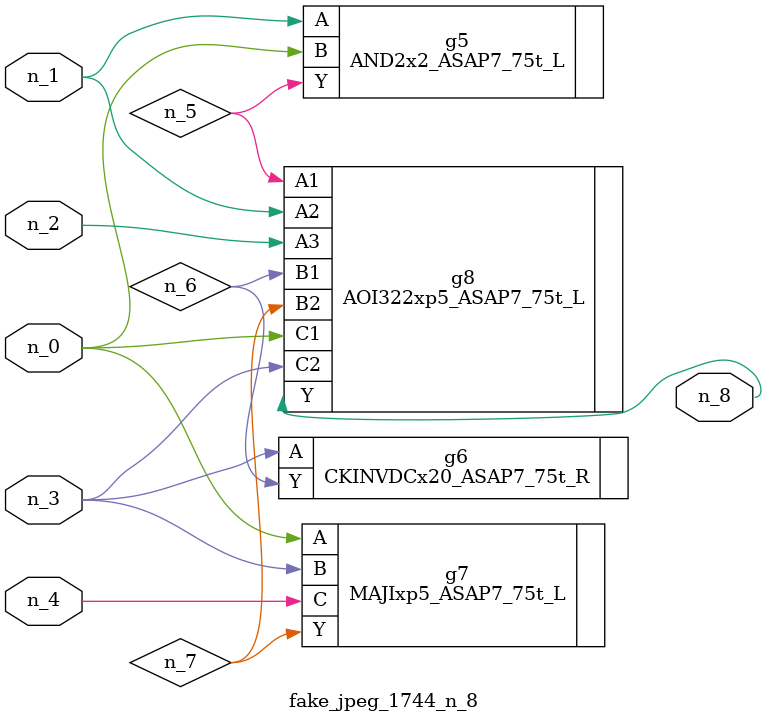
<source format=v>
module fake_jpeg_1744_n_8 (n_3, n_2, n_1, n_0, n_4, n_8);

input n_3;
input n_2;
input n_1;
input n_0;
input n_4;

output n_8;

wire n_6;
wire n_5;
wire n_7;

AND2x2_ASAP7_75t_L g5 ( 
.A(n_1),
.B(n_0),
.Y(n_5)
);

CKINVDCx20_ASAP7_75t_R g6 ( 
.A(n_3),
.Y(n_6)
);

MAJIxp5_ASAP7_75t_L g7 ( 
.A(n_0),
.B(n_3),
.C(n_4),
.Y(n_7)
);

AOI322xp5_ASAP7_75t_L g8 ( 
.A1(n_5),
.A2(n_1),
.A3(n_2),
.B1(n_6),
.B2(n_7),
.C1(n_0),
.C2(n_3),
.Y(n_8)
);


endmodule
</source>
